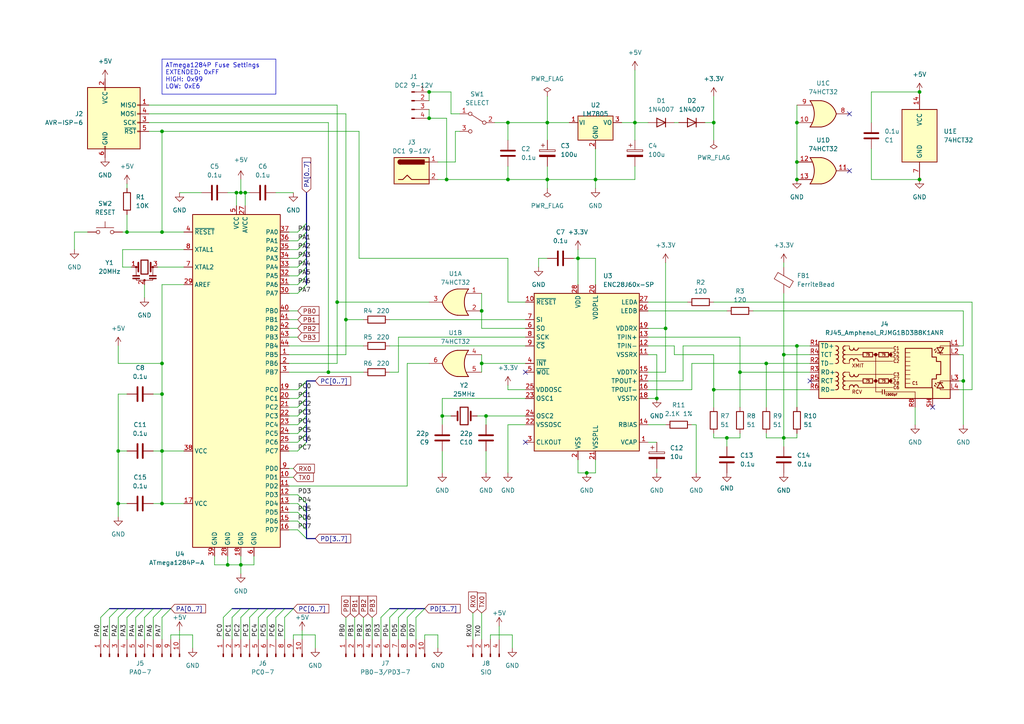
<source format=kicad_sch>
(kicad_sch (version 20230121) (generator eeschema)
  (paper "A4")
  (title_block (title "ATmega1248 Ethernet Controller") (date "2023-12-30") (company "by 46nori"))
  (junction (at 231.14 52.07))
  (junction (at 97.79 87.63))
  (junction (at 46.99 105.41))
  (junction (at 69.85 163.83))
  (junction (at 69.85 55.88))
  (junction (at 139.7 105.41))
  (junction (at 129.54 52.07))
  (junction (at 128.27 120.65))
  (junction (at 100.33 92.71))
  (junction (at 170.18 137.16))
  (junction (at 231.14 46.99))
  (junction (at 147.32 52.07))
  (junction (at 207.01 35.56))
  (junction (at 190.5 115.57))
  (junction (at 207.01 113.03))
  (junction (at 46.99 146.05))
  (junction (at 124.46 34.29))
  (junction (at 46.99 130.81))
  (junction (at 266.7 52.07))
  (junction (at 158.75 52.07))
  (junction (at 279.4 110.49))
  (junction (at 34.29 146.05))
  (junction (at 147.32 35.56))
  (junction (at 158.75 35.56))
  (junction (at 139.7 90.17))
  (junction (at 184.15 35.56))
  (junction (at 71.12 55.88))
  (junction (at 46.99 38.1))
  (junction (at 46.99 67.31))
  (junction (at 227.33 127))
  (junction (at 222.25 105.41))
  (junction (at 214.63 107.95))
  (junction (at 231.14 35.56))
  (junction (at 266.7 26.67))
  (junction (at 36.83 67.31))
  (junction (at 193.04 95.25))
  (junction (at 95.25 107.95))
  (junction (at 34.29 130.81))
  (junction (at 68.58 55.88))
  (junction (at 231.14 100.33))
  (junction (at 167.64 74.93))
  (junction (at 227.33 102.87))
  (junction (at 66.04 163.83))
  (junction (at 46.99 114.3))
  (junction (at 124.46 26.67))
  (junction (at 172.72 52.07))
  (junction (at 140.97 120.65))
  (junction (at 210.82 127))
  (no_connect (at 152.4 107.95))
  (no_connect (at 246.38 33.02))
  (no_connect (at 246.38 49.53))
  (no_connect (at 270.51 118.11))
  (no_connect (at 152.4 128.27))
  (no_connect (at 234.95 110.49))
  (bus_entry (at 41.91 176.53) (size -2.54 2.54))
  (bus_entry (at 115.57 176.53) (size -2.54 2.54))
  (bus_entry (at 86.36 128.27) (size 2.54 -2.54))
  (bus_entry (at 86.36 130.81) (size 2.54 -2.54))
  (bus_entry (at 86.36 74.93) (size 2.54 -2.54))
  (bus_entry (at 86.36 148.59) (size 2.54 2.54))
  (bus_entry (at 49.53 176.53) (size -2.54 2.54))
  (bus_entry (at 118.11 176.53) (size -2.54 2.54))
  (bus_entry (at 86.36 120.65) (size 2.54 -2.54))
  (bus_entry (at 86.36 118.11) (size 2.54 -2.54))
  (bus_entry (at 123.19 176.53) (size -2.54 2.54))
  (bus_entry (at 86.36 115.57) (size 2.54 -2.54))
  (bus_entry (at 74.93 176.53) (size -2.54 2.54))
  (bus_entry (at 86.36 72.39) (size 2.54 -2.54))
  (bus_entry (at 72.39 176.53) (size -2.54 2.54))
  (bus_entry (at 86.36 123.19) (size 2.54 -2.54))
  (bus_entry (at 86.36 143.51) (size 2.54 2.54))
  (bus_entry (at 44.45 176.53) (size -2.54 2.54))
  (bus_entry (at 113.03 176.53) (size -2.54 2.54))
  (bus_entry (at 86.36 113.03) (size 2.54 -2.54))
  (bus_entry (at 86.36 85.09) (size 2.54 -2.54))
  (bus_entry (at 86.36 151.13) (size 2.54 2.54))
  (bus_entry (at 86.36 153.67) (size 2.54 2.54))
  (bus_entry (at 34.29 176.53) (size -2.54 2.54))
  (bus_entry (at 69.85 176.53) (size -2.54 2.54))
  (bus_entry (at 120.65 176.53) (size -2.54 2.54))
  (bus_entry (at 86.36 67.31) (size 2.54 -2.54))
  (bus_entry (at 86.36 82.55) (size 2.54 -2.54))
  (bus_entry (at 80.01 176.53) (size -2.54 2.54))
  (bus_entry (at 46.99 176.53) (size -2.54 2.54))
  (bus_entry (at 86.36 146.05) (size 2.54 2.54))
  (bus_entry (at 31.75 176.53) (size -2.54 2.54))
  (bus_entry (at 67.31 176.53) (size -2.54 2.54))
  (bus_entry (at 36.83 176.53) (size -2.54 2.54))
  (bus_entry (at 85.09 176.53) (size -2.54 2.54))
  (bus_entry (at 86.36 69.85) (size 2.54 -2.54))
  (bus_entry (at 86.36 80.01) (size 2.54 -2.54))
  (bus_entry (at 86.36 77.47) (size 2.54 -2.54))
  (bus_entry (at 77.47 176.53) (size -2.54 2.54))
  (bus_entry (at 82.55 176.53) (size -2.54 2.54))
  (bus_entry (at 86.36 125.73) (size 2.54 -2.54))
  (bus_entry (at 39.37 176.53) (size -2.54 2.54))
  (wire (pts (xy 31.75 179.07) (xy 31.75 185.42)))
  (wire (pts (xy 46.99 105.41) (xy 46.99 114.3)))
  (wire (pts (xy 83.82 146.05) (xy 86.36 146.05)))
  (wire (pts (xy 167.64 74.93) (xy 172.72 74.93)))
  (wire (pts (xy 95.25 107.95) (xy 105.41 107.95)))
  (bus (pts (xy 67.31 176.53) (xy 69.85 176.53)))
  (wire (pts (xy 222.25 105.41) (xy 234.95 105.41)))
  (wire (pts (xy 190.5 102.87) (xy 190.5 115.57)))
  (bus (pts (xy 41.91 176.53) (xy 44.45 176.53)))
  (bus (pts (xy 113.03 176.53) (xy 115.57 176.53)))
  (wire (pts (xy 152.4 95.25) (xy 139.7 95.25)))
  (wire (pts (xy 147.32 113.03) (xy 152.4 113.03)))
  (wire (pts (xy 43.18 35.56) (xy 95.25 35.56)))
  (wire (pts (xy 130.81 33.02) (xy 130.81 26.67)))
  (wire (pts (xy 21.59 67.31) (xy 21.59 72.39)))
  (wire (pts (xy 95.25 107.95) (xy 83.82 107.95)))
  (wire (pts (xy 184.15 35.56) (xy 187.96 35.56)))
  (wire (pts (xy 83.82 130.81) (xy 86.36 130.81)))
  (wire (pts (xy 158.75 35.56) (xy 147.32 35.56)))
  (wire (pts (xy 46.99 130.81) (xy 53.34 130.81)))
  (wire (pts (xy 279.4 100.33) (xy 279.4 90.17)))
  (wire (pts (xy 207.01 102.87) (xy 207.01 113.03)))
  (wire (pts (xy 97.79 105.41) (xy 83.82 105.41)))
  (bus (pts (xy 88.9 64.77) (xy 88.9 67.31)))
  (wire (pts (xy 147.32 52.07) (xy 129.54 52.07)))
  (wire (pts (xy 227.33 102.87) (xy 234.95 102.87)))
  (wire (pts (xy 207.01 87.63) (xy 281.94 87.63)))
  (bus (pts (xy 88.9 153.67) (xy 88.9 156.21)))
  (wire (pts (xy 36.83 62.23) (xy 36.83 67.31)))
  (wire (pts (xy 83.82 100.33) (xy 105.41 100.33)))
  (wire (pts (xy 100.33 92.71) (xy 100.33 102.87)))
  (wire (pts (xy 147.32 87.63) (xy 147.32 74.93)))
  (bus (pts (xy 88.9 80.01) (xy 88.9 77.47)))
  (wire (pts (xy 158.75 27.94) (xy 158.75 35.56)))
  (wire (pts (xy 156.21 74.93) (xy 158.75 74.93)))
  (wire (pts (xy 118.11 179.07) (xy 118.11 185.42)))
  (wire (pts (xy 69.85 55.88) (xy 71.12 55.88)))
  (wire (pts (xy 231.14 30.48) (xy 231.14 35.56)))
  (wire (pts (xy 227.33 76.2) (xy 227.33 77.47)))
  (bus (pts (xy 88.9 113.03) (xy 88.9 110.49)))
  (wire (pts (xy 66.04 55.88) (xy 68.58 55.88)))
  (wire (pts (xy 34.29 105.41) (xy 46.99 105.41)))
  (wire (pts (xy 95.25 35.56) (xy 95.25 107.95)))
  (wire (pts (xy 97.79 30.48) (xy 97.79 87.63)))
  (wire (pts (xy 184.15 20.32) (xy 184.15 35.56)))
  (wire (pts (xy 187.96 113.03) (xy 200.66 113.03)))
  (wire (pts (xy 227.33 85.09) (xy 227.33 102.87)))
  (wire (pts (xy 83.82 74.93) (xy 86.36 74.93)))
  (wire (pts (xy 127 52.07) (xy 129.54 52.07)))
  (wire (pts (xy 43.18 33.02) (xy 100.33 33.02)))
  (wire (pts (xy 69.85 52.07) (xy 69.85 55.88)))
  (wire (pts (xy 83.82 153.67) (xy 86.36 153.67)))
  (wire (pts (xy 142.24 184.15) (xy 148.59 184.15)))
  (wire (pts (xy 83.82 90.17) (xy 86.36 90.17)))
  (wire (pts (xy 71.12 55.88) (xy 72.39 55.88)))
  (bus (pts (xy 88.9 151.13) (xy 88.9 153.67)))
  (wire (pts (xy 46.99 67.31) (xy 53.34 67.31)))
  (wire (pts (xy 46.99 82.55) (xy 46.99 105.41)))
  (wire (pts (xy 83.82 95.25) (xy 86.36 95.25)))
  (wire (pts (xy 100.33 33.02) (xy 100.33 92.71)))
  (wire (pts (xy 167.64 137.16) (xy 170.18 137.16)))
  (wire (pts (xy 207.01 27.94) (xy 207.01 35.56)))
  (wire (pts (xy 158.75 35.56) (xy 158.75 40.64)))
  (wire (pts (xy 49.53 184.15) (xy 55.88 184.15)))
  (wire (pts (xy 115.57 107.95) (xy 113.03 107.95)))
  (wire (pts (xy 124.46 31.75) (xy 124.46 34.29)))
  (wire (pts (xy 252.73 43.18) (xy 252.73 52.07)))
  (wire (pts (xy 187.96 123.19) (xy 193.04 123.19)))
  (wire (pts (xy 128.27 137.16) (xy 128.27 130.81)))
  (wire (pts (xy 207.01 113.03) (xy 234.95 113.03)))
  (wire (pts (xy 34.29 146.05) (xy 36.83 146.05)))
  (wire (pts (xy 44.45 130.81) (xy 46.99 130.81)))
  (wire (pts (xy 36.83 67.31) (xy 35.56 67.31)))
  (wire (pts (xy 227.33 127) (xy 231.14 127)))
  (wire (pts (xy 142.24 184.15) (xy 142.24 185.42)))
  (wire (pts (xy 34.29 114.3) (xy 36.83 114.3)))
  (wire (pts (xy 62.23 163.83) (xy 62.23 161.29)))
  (wire (pts (xy 83.82 113.03) (xy 86.36 113.03)))
  (wire (pts (xy 83.82 118.11) (xy 86.36 118.11)))
  (wire (pts (xy 97.79 87.63) (xy 97.79 105.41)))
  (wire (pts (xy 74.93 179.07) (xy 74.93 185.42)))
  (wire (pts (xy 187.96 115.57) (xy 190.5 115.57)))
  (wire (pts (xy 195.58 35.56) (xy 196.85 35.56)))
  (wire (pts (xy 123.19 184.15) (xy 123.19 185.42)))
  (bus (pts (xy 36.83 176.53) (xy 39.37 176.53)))
  (bus (pts (xy 88.9 123.19) (xy 88.9 120.65)))
  (wire (pts (xy 113.03 100.33) (xy 152.4 100.33)))
  (wire (pts (xy 158.75 52.07) (xy 147.32 52.07)))
  (wire (pts (xy 34.29 130.81) (xy 34.29 146.05)))
  (wire (pts (xy 187.96 90.17) (xy 210.82 90.17)))
  (wire (pts (xy 231.14 100.33) (xy 231.14 118.11)))
  (wire (pts (xy 201.93 123.19) (xy 200.66 123.19)))
  (wire (pts (xy 156.21 77.47) (xy 156.21 74.93)))
  (wire (pts (xy 83.82 115.57) (xy 86.36 115.57)))
  (bus (pts (xy 31.75 176.53) (xy 34.29 176.53)))
  (bus (pts (xy 34.29 176.53) (xy 36.83 176.53)))
  (wire (pts (xy 193.04 107.95) (xy 193.04 95.25)))
  (bus (pts (xy 88.9 146.05) (xy 88.9 148.59)))
  (wire (pts (xy 278.13 100.33) (xy 279.4 100.33)))
  (wire (pts (xy 187.96 102.87) (xy 190.5 102.87)))
  (wire (pts (xy 39.37 179.07) (xy 39.37 185.42)))
  (wire (pts (xy 82.55 179.07) (xy 82.55 185.42)))
  (wire (pts (xy 83.82 140.97) (xy 118.11 140.97)))
  (wire (pts (xy 128.27 120.65) (xy 130.81 120.65)))
  (wire (pts (xy 97.79 87.63) (xy 124.46 87.63)))
  (wire (pts (xy 172.72 133.35) (xy 172.72 137.16)))
  (wire (pts (xy 231.14 35.56) (xy 231.14 46.99)))
  (wire (pts (xy 124.46 26.67) (xy 130.81 26.67)))
  (wire (pts (xy 200.66 113.03) (xy 200.66 105.41)))
  (bus (pts (xy 44.45 176.53) (xy 46.99 176.53)))
  (wire (pts (xy 170.18 137.16) (xy 172.72 137.16)))
  (wire (pts (xy 83.82 85.09) (xy 86.36 85.09)))
  (wire (pts (xy 34.29 114.3) (xy 34.29 130.81)))
  (wire (pts (xy 184.15 35.56) (xy 184.15 40.64)))
  (wire (pts (xy 158.75 35.56) (xy 165.1 35.56)))
  (wire (pts (xy 123.19 184.15) (xy 127 184.15)))
  (wire (pts (xy 214.63 97.79) (xy 214.63 107.95)))
  (wire (pts (xy 128.27 115.57) (xy 152.4 115.57)))
  (wire (pts (xy 71.12 55.88) (xy 71.12 59.69)))
  (bus (pts (xy 88.9 55.88) (xy 88.9 64.77)))
  (wire (pts (xy 139.7 105.41) (xy 139.7 107.95)))
  (wire (pts (xy 104.14 74.93) (xy 147.32 74.93)))
  (wire (pts (xy 34.29 130.81) (xy 36.83 130.81)))
  (bus (pts (xy 77.47 176.53) (xy 80.01 176.53)))
  (wire (pts (xy 77.47 179.07) (xy 77.47 185.42)))
  (wire (pts (xy 279.4 110.49) (xy 279.4 123.19)))
  (bus (pts (xy 88.9 82.55) (xy 88.9 80.01)))
  (wire (pts (xy 143.51 35.56) (xy 147.32 35.56)))
  (wire (pts (xy 129.54 34.29) (xy 129.54 52.07)))
  (wire (pts (xy 85.09 184.15) (xy 91.44 184.15)))
  (bus (pts (xy 88.9 69.85) (xy 88.9 72.39)))
  (wire (pts (xy 195.58 100.33) (xy 195.58 102.87)))
  (wire (pts (xy 132.08 46.99) (xy 132.08 38.1)))
  (wire (pts (xy 52.07 55.88) (xy 58.42 55.88)))
  (wire (pts (xy 147.32 111.76) (xy 147.32 113.03)))
  (wire (pts (xy 38.1 77.47) (xy 35.56 77.47)))
  (wire (pts (xy 139.7 177.8) (xy 139.7 185.42)))
  (wire (pts (xy 73.66 163.83) (xy 73.66 161.29)))
  (wire (pts (xy 107.95 179.07) (xy 107.95 185.42)))
  (wire (pts (xy 115.57 97.79) (xy 152.4 97.79)))
  (wire (pts (xy 44.45 179.07) (xy 44.45 185.42)))
  (wire (pts (xy 85.09 184.15) (xy 85.09 185.42)))
  (bus (pts (xy 88.9 67.31) (xy 88.9 69.85)))
  (wire (pts (xy 214.63 97.79) (xy 187.96 97.79)))
  (wire (pts (xy 83.82 69.85) (xy 86.36 69.85)))
  (wire (pts (xy 281.94 113.03) (xy 278.13 113.03)))
  (wire (pts (xy 66.04 163.83) (xy 69.85 163.83)))
  (wire (pts (xy 62.23 163.83) (xy 66.04 163.83)))
  (wire (pts (xy 83.82 123.19) (xy 86.36 123.19)))
  (wire (pts (xy 118.11 105.41) (xy 118.11 140.97)))
  (wire (pts (xy 193.04 76.2) (xy 193.04 95.25)))
  (bus (pts (xy 39.37 176.53) (xy 41.91 176.53)))
  (wire (pts (xy 207.01 127) (xy 207.01 125.73)))
  (wire (pts (xy 46.99 38.1) (xy 46.99 67.31)))
  (bus (pts (xy 74.93 176.53) (xy 77.47 176.53)))
  (wire (pts (xy 279.4 102.87) (xy 279.4 110.49)))
  (wire (pts (xy 265.43 118.11) (xy 265.43 123.19)))
  (wire (pts (xy 127 184.15) (xy 127 187.96)))
  (wire (pts (xy 172.72 43.18) (xy 172.72 52.07)))
  (bus (pts (xy 88.9 156.21) (xy 91.44 156.21)))
  (wire (pts (xy 279.4 90.17) (xy 218.44 90.17)))
  (wire (pts (xy 35.56 72.39) (xy 35.56 77.47)))
  (wire (pts (xy 158.75 52.07) (xy 158.75 54.61)))
  (wire (pts (xy 198.12 110.49) (xy 198.12 100.33)))
  (wire (pts (xy 104.14 38.1) (xy 104.14 74.93)))
  (wire (pts (xy 222.25 127) (xy 222.25 125.73)))
  (wire (pts (xy 83.82 72.39) (xy 86.36 72.39)))
  (wire (pts (xy 207.01 40.64) (xy 207.01 35.56)))
  (wire (pts (xy 187.96 100.33) (xy 195.58 100.33)))
  (wire (pts (xy 83.82 77.47) (xy 86.36 77.47)))
  (wire (pts (xy 158.75 48.26) (xy 158.75 52.07)))
  (wire (pts (xy 83.82 80.01) (xy 86.36 80.01)))
  (wire (pts (xy 140.97 120.65) (xy 140.97 123.19)))
  (wire (pts (xy 120.65 179.07) (xy 120.65 185.42)))
  (wire (pts (xy 139.7 85.09) (xy 139.7 90.17)))
  (wire (pts (xy 113.03 92.71) (xy 152.4 92.71)))
  (wire (pts (xy 80.01 179.07) (xy 80.01 185.42)))
  (wire (pts (xy 190.5 137.16) (xy 190.5 135.89)))
  (wire (pts (xy 29.21 179.07) (xy 29.21 185.42)))
  (wire (pts (xy 222.25 105.41) (xy 222.25 118.11)))
  (wire (pts (xy 100.33 92.71) (xy 105.41 92.71)))
  (wire (pts (xy 214.63 107.95) (xy 214.63 118.11)))
  (wire (pts (xy 66.04 161.29) (xy 66.04 163.83)))
  (wire (pts (xy 167.64 72.39) (xy 167.64 74.93)))
  (wire (pts (xy 21.59 67.31) (xy 25.4 67.31)))
  (wire (pts (xy 234.95 107.95) (xy 214.63 107.95)))
  (wire (pts (xy 252.73 26.67) (xy 266.7 26.67)))
  (wire (pts (xy 69.85 163.83) (xy 69.85 166.37)))
  (wire (pts (xy 36.83 53.34) (xy 36.83 54.61)))
  (wire (pts (xy 152.4 87.63) (xy 147.32 87.63)))
  (bus (pts (xy 88.9 110.49) (xy 91.44 110.49)))
  (wire (pts (xy 147.32 123.19) (xy 147.32 137.16)))
  (wire (pts (xy 187.96 107.95) (xy 193.04 107.95)))
  (wire (pts (xy 210.82 127) (xy 210.82 129.54)))
  (wire (pts (xy 140.97 137.16) (xy 140.97 130.81)))
  (wire (pts (xy 83.82 67.31) (xy 86.36 67.31)))
  (wire (pts (xy 152.4 123.19) (xy 147.32 123.19)))
  (wire (pts (xy 83.82 128.27) (xy 86.36 128.27)))
  (wire (pts (xy 124.46 29.21) (xy 124.46 26.67)))
  (wire (pts (xy 252.73 35.56) (xy 252.73 26.67)))
  (wire (pts (xy 83.82 125.73) (xy 86.36 125.73)))
  (wire (pts (xy 187.96 128.27) (xy 190.5 128.27)))
  (bus (pts (xy 46.99 176.53) (xy 49.53 176.53)))
  (bus (pts (xy 72.39 176.53) (xy 74.93 176.53)))
  (wire (pts (xy 207.01 35.56) (xy 204.47 35.56)))
  (bus (pts (xy 88.9 148.59) (xy 88.9 151.13)))
  (wire (pts (xy 36.83 179.07) (xy 36.83 185.42)))
  (wire (pts (xy 83.82 138.43) (xy 85.09 138.43)))
  (wire (pts (xy 167.64 74.93) (xy 167.64 82.55)))
  (wire (pts (xy 139.7 95.25) (xy 139.7 90.17)))
  (bus (pts (xy 69.85 176.53) (xy 72.39 176.53)))
  (wire (pts (xy 46.99 146.05) (xy 53.34 146.05)))
  (wire (pts (xy 45.72 77.47) (xy 53.34 77.47)))
  (wire (pts (xy 227.33 102.87) (xy 227.33 127)))
  (wire (pts (xy 41.91 82.55) (xy 41.91 86.36)))
  (wire (pts (xy 132.08 38.1) (xy 133.35 38.1)))
  (wire (pts (xy 231.14 46.99) (xy 231.14 52.07)))
  (wire (pts (xy 200.66 105.41) (xy 222.25 105.41)))
  (wire (pts (xy 124.46 34.29) (xy 129.54 34.29)))
  (wire (pts (xy 83.82 97.79) (xy 86.36 97.79)))
  (wire (pts (xy 148.59 184.15) (xy 148.59 187.96)))
  (wire (pts (xy 198.12 100.33) (xy 231.14 100.33)))
  (wire (pts (xy 55.88 184.15) (xy 55.88 187.96)))
  (wire (pts (xy 180.34 35.56) (xy 184.15 35.56)))
  (wire (pts (xy 278.13 102.87) (xy 279.4 102.87)))
  (wire (pts (xy 144.78 181.61) (xy 144.78 185.42)))
  (wire (pts (xy 172.72 74.93) (xy 172.72 82.55)))
  (wire (pts (xy 46.99 38.1) (xy 104.14 38.1)))
  (wire (pts (xy 128.27 115.57) (xy 128.27 120.65)))
  (wire (pts (xy 80.01 55.88) (xy 85.09 55.88)))
  (wire (pts (xy 132.08 46.99) (xy 127 46.99)))
  (wire (pts (xy 102.87 179.07) (xy 102.87 185.42)))
  (wire (pts (xy 184.15 52.07) (xy 184.15 48.26)))
  (wire (pts (xy 210.82 127) (xy 214.63 127)))
  (wire (pts (xy 69.85 161.29) (xy 69.85 163.83)))
  (bus (pts (xy 88.9 77.47) (xy 88.9 74.93)))
  (wire (pts (xy 147.32 35.56) (xy 147.32 40.64)))
  (bus (pts (xy 120.65 176.53) (xy 123.19 176.53)))
  (bus (pts (xy 88.9 118.11) (xy 88.9 115.57)))
  (wire (pts (xy 83.82 135.89) (xy 85.09 135.89)))
  (wire (pts (xy 195.58 102.87) (xy 207.01 102.87)))
  (bus (pts (xy 82.55 176.53) (xy 85.09 176.53)))
  (wire (pts (xy 35.56 72.39) (xy 53.34 72.39)))
  (wire (pts (xy 193.04 95.25) (xy 187.96 95.25)))
  (wire (pts (xy 140.97 120.65) (xy 152.4 120.65)))
  (wire (pts (xy 147.32 52.07) (xy 147.32 48.26)))
  (wire (pts (xy 130.81 33.02) (xy 133.35 33.02)))
  (wire (pts (xy 167.64 133.35) (xy 167.64 137.16)))
  (wire (pts (xy 34.29 100.33) (xy 34.29 105.41)))
  (wire (pts (xy 91.44 184.15) (xy 91.44 187.96)))
  (wire (pts (xy 41.91 179.07) (xy 41.91 185.42)))
  (wire (pts (xy 234.95 100.33) (xy 231.14 100.33)))
  (wire (pts (xy 34.29 146.05) (xy 34.29 149.86)))
  (wire (pts (xy 64.77 179.07) (xy 64.77 185.42)))
  (wire (pts (xy 281.94 87.63) (xy 281.94 113.03)))
  (wire (pts (xy 49.53 184.15) (xy 49.53 185.42)))
  (wire (pts (xy 69.85 179.07) (xy 69.85 185.42)))
  (wire (pts (xy 100.33 102.87) (xy 83.82 102.87)))
  (bus (pts (xy 88.9 120.65) (xy 88.9 118.11)))
  (wire (pts (xy 118.11 105.41) (xy 124.46 105.41)))
  (wire (pts (xy 231.14 127) (xy 231.14 125.73)))
  (bus (pts (xy 88.9 128.27) (xy 88.9 125.73)))
  (bus (pts (xy 88.9 74.93) (xy 88.9 72.39)))
  (bus (pts (xy 115.57 176.53) (xy 118.11 176.53)))
  (wire (pts (xy 43.18 30.48) (xy 97.79 30.48)))
  (bus (pts (xy 88.9 125.73) (xy 88.9 123.19)))
  (wire (pts (xy 43.18 38.1) (xy 46.99 38.1)))
  (wire (pts (xy 128.27 120.65) (xy 128.27 123.19)))
  (wire (pts (xy 36.83 67.31) (xy 46.99 67.31)))
  (wire (pts (xy 207.01 113.03) (xy 207.01 118.11)))
  (wire (pts (xy 115.57 179.07) (xy 115.57 185.42)))
  (wire (pts (xy 172.72 52.07) (xy 184.15 52.07)))
  (wire (pts (xy 138.43 120.65) (xy 140.97 120.65)))
  (wire (pts (xy 227.33 127) (xy 227.33 129.54)))
  (wire (pts (xy 87.63 182.88) (xy 87.63 185.42)))
  (wire (pts (xy 52.07 182.88) (xy 52.07 185.42)))
  (bus (pts (xy 80.01 176.53) (xy 82.55 176.53)))
  (wire (pts (xy 67.31 179.07) (xy 67.31 185.42)))
  (wire (pts (xy 46.99 130.81) (xy 46.99 146.05)))
  (wire (pts (xy 139.7 105.41) (xy 152.4 105.41)))
  (wire (pts (xy 113.03 179.07) (xy 113.03 185.42)))
  (wire (pts (xy 46.99 114.3) (xy 46.99 130.81)))
  (wire (pts (xy 44.45 114.3) (xy 46.99 114.3)))
  (wire (pts (xy 187.96 87.63) (xy 199.39 87.63)))
  (wire (pts (xy 201.93 123.19) (xy 201.93 137.16)))
  (wire (pts (xy 172.72 52.07) (xy 172.72 54.61)))
  (wire (pts (xy 137.16 177.8) (xy 137.16 185.42)))
  (wire (pts (xy 72.39 179.07) (xy 72.39 185.42)))
  (wire (pts (xy 83.82 92.71) (xy 86.36 92.71)))
  (bus (pts (xy 118.11 176.53) (xy 120.65 176.53)))
  (wire (pts (xy 222.25 127) (xy 227.33 127)))
  (wire (pts (xy 139.7 102.87) (xy 139.7 105.41)))
  (wire (pts (xy 166.37 74.93) (xy 167.64 74.93)))
  (wire (pts (xy 69.85 163.83) (xy 73.66 163.83)))
  (wire (pts (xy 83.82 143.51) (xy 86.36 143.51)))
  (wire (pts (xy 83.82 120.65) (xy 86.36 120.65)))
  (wire (pts (xy 83.82 82.55) (xy 86.36 82.55)))
  (wire (pts (xy 68.58 55.88) (xy 68.58 59.69)))
  (wire (pts (xy 46.99 82.55) (xy 53.34 82.55)))
  (wire (pts (xy 69.85 55.88) (xy 68.58 55.88)))
  (wire (pts (xy 214.63 127) (xy 214.63 125.73)))
  (wire (pts (xy 110.49 179.07) (xy 110.49 185.42)))
  (wire (pts (xy 46.99 179.07) (xy 46.99 185.42)))
  (wire (pts (xy 187.96 110.49) (xy 198.12 110.49)))
  (wire (pts (xy 44.45 146.05) (xy 46.99 146.05)))
  (wire (pts (xy 278.13 110.49) (xy 279.4 110.49)))
  (wire (pts (xy 115.57 97.79) (xy 115.57 107.95)))
  (wire (pts (xy 100.33 179.07) (xy 100.33 185.42)))
  (wire (pts (xy 207.01 127) (xy 210.82 127)))
  (bus (pts (xy 88.9 115.57) (xy 88.9 113.03)))
  (wire (pts (xy 83.82 151.13) (xy 86.36 151.13)))
  (wire (pts (xy 158.75 52.07) (xy 172.72 52.07)))
  (wire (pts (xy 252.73 52.07) (xy 266.7 52.07)))
  (wire (pts (xy 83.82 148.59) (xy 86.36 148.59)))
  (wire (pts (xy 105.41 179.07) (xy 105.41 185.42)))
  (wire (pts (xy 34.29 179.07) (xy 34.29 185.42)))
  (text_box "ATmega1284P Fuse Settings\nEXTENDED: 0xFF\nHIGH: 0x99\nLOW: 0xE6" (at 46.99 17.145 0) (size 33.02 10.16) (effects (font (size 1.27 1.27)) (justify left top)))
  (label "PB0" (at 100.33 184.785 90))
  (label "PC5" (at 86.36 125.73 0))
  (label "PB2" (at 105.41 184.785 90))
  (label "PA4" (at 86.36 77.47 0))
  (label "PC7" (at 82.55 184.785 90))
  (label "PA5" (at 86.36 80.01 0))
  (label "PA6" (at 44.45 184.785 90))
  (label "PD7" (at 120.65 184.785 90))
  (label "PC6" (at 80.01 184.785 90))
  (label "PB3" (at 107.95 184.785 90))
  (label "PA2" (at 86.36 72.39 0))
  (label "PD6" (at 86.36 151.13 0))
  (label "PA7" (at 86.36 85.09 0))
  (label "PD6" (at 118.11 184.785 90))
  (label "PC1" (at 86.36 115.57 0))
  (label "PD7" (at 86.36 153.67 0))
  (label "PA7" (at 46.99 184.785 90))
  (label "PC4" (at 74.93 184.785 90))
  (label "PC7" (at 86.36 130.81 0))
  (label "PA0" (at 29.21 184.785 90))
  (label "PC6" (at 86.36 128.27 0))
  (label "PC0" (at 64.77 184.785 90))
  (label "PA3" (at 86.36 74.93 0))
  (label "PD4" (at 113.03 184.785 90))
  (label "PD5" (at 115.57 184.785 90))
  (label "PD3" (at 110.49 184.785 90))
  (label "PC2" (at 69.85 184.785 90))
  (label "PD4" (at 86.36 146.05 0))
  (label "PA0" (at 86.36 67.31 0))
  (label "PA3" (at 36.83 184.785 90))
  (label "PD5" (at 86.36 148.59 0))
  (label "PC2" (at 86.36 118.11 0))
  (label "RX0" (at 137.16 184.785 90))
  (label "PA2" (at 34.29 184.785 90))
  (label "PC5" (at 77.47 184.785 90))
  (label "PC3" (at 72.39 184.785 90))
  (label "PB1" (at 102.87 184.785 90))
  (label "PA1" (at 31.75 184.785 90))
  (label "PC4" (at 86.36 123.19 0))
  (label "PA4" (at 39.37 184.785 90))
  (label "PA1" (at 86.36 69.85 0))
  (label "PD3" (at 86.36 143.51 0))
  (label "PC0" (at 86.36 113.03 0))
  (label "TX0" (at 139.7 184.785 90))
  (label "PA6" (at 86.36 82.55 0))
  (label "PC1" (at 67.31 184.785 90))
  (label "PA5" (at 41.91 184.785 90))
  (label "PC3" (at 86.36 120.65 0))
  (global_label "PB2" (shape input) (at 86.36 95.25 0) (property "Intersheetrefs" "${INTERSHEET_REFS}" (effects hide)))
  (global_label "PD[3..7]" (shape input) (at 123.19 176.53 0) (property "Intersheetrefs" "${INTERSHEET_REFS}" (effects hide)))
  (global_label "PB3" (shape input) (at 107.95 179.07 90) (property "Intersheetrefs" "${INTERSHEET_REFS}" (effects hide)))
  (global_label "TX0" (shape input) (at 139.7 177.8 90) (property "Intersheetrefs" "${INTERSHEET_REFS}" (effects hide)))
  (global_label "PB1" (shape input) (at 102.87 179.07 90) (property "Intersheetrefs" "${INTERSHEET_REFS}" (effects hide)))
  (global_label "PB2" (shape input) (at 105.41 179.07 90) (property "Intersheetrefs" "${INTERSHEET_REFS}" (effects hide)))
  (global_label "RX0" (shape input) (at 137.16 177.8 90) (property "Intersheetrefs" "${INTERSHEET_REFS}" (effects hide)))
  (global_label "TX0" (shape input) (at 85.09 138.43 0) (property "Intersheetrefs" "${INTERSHEET_REFS}" (effects hide)))
  (global_label "PB0" (shape input) (at 100.33 179.07 90) (property "Intersheetrefs" "${INTERSHEET_REFS}" (effects hide)))
  (global_label "PD[3..7]" (shape input) (at 91.44 156.21 0) (property "Intersheetrefs" "${INTERSHEET_REFS}" (effects hide)))
  (global_label "PB1" (shape input) (at 86.36 92.71 0) (property "Intersheetrefs" "${INTERSHEET_REFS}" (effects hide)))
  (global_label "RX0" (shape input) (at 85.09 135.89 0) (property "Intersheetrefs" "${INTERSHEET_REFS}" (effects hide)))
  (global_label "PB3" (shape input) (at 86.36 97.79 0) (property "Intersheetrefs" "${INTERSHEET_REFS}" (effects hide)))
  (global_label "PC[0..7]" (shape input) (at 91.44 110.49 0) (property "Intersheetrefs" "${INTERSHEET_REFS}" (effects hide)))
  (global_label "PA[0..7]" (shape input) (at 49.53 176.53 0) (property "Intersheetrefs" "${INTERSHEET_REFS}" (effects hide)))
  (global_label "PA[0..7]" (shape input) (at 88.9 55.88 90) (property "Intersheetrefs" "${INTERSHEET_REFS}" (effects hide)))
  (global_label "PC[0..7]" (shape input) (at 85.09 176.53 0) (property "Intersheetrefs" "${INTERSHEET_REFS}" (effects hide)))
  (global_label "PB0" (shape input) (at 86.36 90.17 0) (property "Intersheetrefs" "${INTERSHEET_REFS}" (effects hide)))
  (symbol (lib_id "Diode:1N4007") (at 191.77 35.56 0) (mirror y) (unit 1)
    (property "Reference" "D1" (at 191.77 29.21 0))
    (property "Value" "1N4007" (at 191.77 31.75 0))
    (property "Footprint" "Diode_THT:D_DO-41_SOD81_P10.16mm_Horizontal" (effects hide))
    (property "Datasheet" "http://www.vishay.com/docs/88503/1n4001.pdf" (effects hide))
    (property "Sim.Device" "D" (effects hide))
    (property "Sim.Pins" "1=K 2=A" (effects hide))
  )
  (symbol (lib_id "Device:C") (at 62.23 55.88 90) (unit 1)
    (property "Reference" "C5" (at 62.23 48.26 90))
    (property "Value" "0.1u" (at 62.23 50.8 90))
    (property "Footprint" "Capacitor_THT:C_Disc_D3.8mm_W2.6mm_P2.50mm" (effects hide))
  )
  (symbol (lib_id "Device:R") (at 36.83 58.42 0) (unit 1)
    (property "Reference" "R1" (at 39.37 57.15 0) (effects (justify left)))
    (property "Value" "10K" (at 39.37 59.69 0) (effects (justify left)))
    (property "Footprint" "Resistor_THT:R_Axial_DIN0207_L6.3mm_D2.5mm_P10.16mm_Horizontal" (effects hide))
  )
  (symbol (lib_id "power:GND") (at 231.14 52.07 0) (unit 1)
    (property "Reference" "#PWR07" (effects hide))
    (property "Value" "GND" (at 231.14 57.15 0))
  )
  (symbol (lib_id "power:GND") (at 170.18 137.16 0) (unit 1)
    (property "Reference" "#PWR027" (effects hide))
    (property "Value" "GND" (at 170.18 142.24 0))
  )
  (symbol (lib_id "Switch:SW_Push") (at 30.48 67.31 0) (unit 1)
    (property "Reference" "SW2" (at 30.48 59.055 0))
    (property "Value" "RESET" (at 30.48 61.595 0))
    (property "Footprint" "Button_Switch_THT:SW_PUSH_6mm_H7.3mm" (effects hide))
  )
  (symbol (lib_id "power:PWR_FLAG") (at 158.75 54.61 0) (mirror x) (unit 1)
    (property "Reference" "#FLG03" (effects hide))
    (property "Value" "PWR_FLAG" (at 158.75 59.69 0))
  )
  (symbol (lib_id "power:+5V") (at 87.63 182.88 0) (unit 1)
    (property "Reference" "#PWR036" (effects hide))
    (property "Value" "+5V" (at 87.63 179.07 0))
  )
  (symbol (lib_id "Diode:1N4007") (at 200.66 35.56 0) (mirror y) (unit 1)
    (property "Reference" "D2" (at 200.66 29.21 0))
    (property "Value" "1N4007" (at 200.66 31.75 0))
    (property "Footprint" "Diode_THT:D_DO-41_SOD81_P10.16mm_Horizontal" (effects hide))
    (property "Datasheet" "http://www.vishay.com/docs/88503/1n4001.pdf" (effects hide))
    (property "Sim.Device" "D" (effects hide))
    (property "Sim.Pins" "1=K 2=A" (effects hide))
  )
  (symbol (lib_id "Device:R") (at 222.25 121.92 0) (unit 1)
    (property "Reference" "R9" (at 224.155 120.65 0) (effects (justify left)))
    (property "Value" "51" (at 224.155 123.19 0) (effects (justify left)))
    (property "Footprint" "Resistor_THT:R_Axial_DIN0207_L6.3mm_D2.5mm_P10.16mm_Horizontal" (effects hide))
  )
  (symbol (lib_id "power:GND") (at 21.59 72.39 0) (unit 1)
    (property "Reference" "#PWR013" (effects hide))
    (property "Value" "GND" (at 21.59 77.47 0))
  )
  (symbol (lib_id "Device:C") (at 40.64 146.05 270) (unit 1)
    (property "Reference" "C15" (at 40.64 138.43 90))
    (property "Value" "0.1u" (at 40.64 140.97 90))
    (property "Footprint" "Capacitor_THT:C_Disc_D3.8mm_W2.6mm_P2.50mm" (effects hide))
  )
  (symbol (lib_id "power:GND") (at 201.93 137.16 0) (unit 1)
    (property "Reference" "#PWR029" (effects hide))
    (property "Value" "GND" (at 201.93 142.24 0))
  )
  (symbol (lib_id "Device:R") (at 196.85 123.19 270) (mirror x) (unit 1)
    (property "Reference" "R11" (at 196.85 117.475 90))
    (property "Value" "2.1K 1%" (at 196.85 120.015 90))
    (property "Footprint" "Resistor_THT:R_Axial_DIN0207_L6.3mm_D2.5mm_P10.16mm_Horizontal" (effects hide))
  )
  (symbol (lib_id "power:GND") (at 266.7 52.07 0) (unit 1)
    (property "Reference" "#PWR08" (effects hide))
    (property "Value" "GND" (at 266.7 57.15 0))
  )
  (symbol (lib_name "LM7805_TO220_1") (lib_id "Regulator_Linear:LM7805_TO220") (at 172.72 35.56 0) (unit 1)
    (property "Reference" "U2" (at 172.72 30.48 0))
    (property "Value" "LM7805" (at 172.72 33.02 0))
    (property "Footprint" "Package_TO_SOT_THT:TO-220-3_Vertical" (effects hide))
    (property "Datasheet" "https://www.onsemi.cn/PowerSolutions/document/MC7800-D.PDF" (effects hide))
  )
  (symbol (lib_id "power:GND") (at 91.44 187.96 0) (unit 1)
    (property "Reference" "#PWR038" (effects hide))
    (property "Value" "GND" (at 91.44 193.04 0))
  )
  (symbol (lib_id "Device:Resonator") (at 41.91 77.47 0) (unit 1)
    (property "Reference" "Y1" (at 31.75 76.2 0))
    (property "Value" "20MHz" (at 31.75 78.74 0))
    (property "Footprint" "Crystal:Resonator_Murata_CSTLSxxxX-3Pin_W5.5mm_H3.0mm" (effects hide))
  )
  (symbol (lib_id "power:GND") (at 140.97 137.16 0) (unit 1)
    (property "Reference" "#PWR025" (effects hide))
    (property "Value" "GND" (at 140.97 142.24 0))
  )
  (symbol (lib_id "power:GND") (at 34.29 149.86 0) (unit 1)
    (property "Reference" "#PWR032" (effects hide))
    (property "Value" "GND" (at 34.29 154.94 0))
  )
  (symbol (lib_id "power:GND") (at 227.33 137.16 0) (unit 1)
    (property "Reference" "#PWR031" (effects hide))
    (property "Value" "GND" (at 227.33 142.24 0))
  )
  (symbol (lib_id "power:GND") (at 127 187.96 0) (unit 1)
    (property "Reference" "#PWR039" (effects hide))
    (property "Value" "GND" (at 127 193.04 0))
  )
  (symbol (lib_id "Connector:Conn_01x10_Pin") (at 39.37 190.5 90) (unit 1)
    (property "Reference" "J5" (at 40.64 192.405 90))
    (property "Value" "PA0-7" (at 40.64 194.945 90))
    (property "Footprint" "Connector_PinHeader_2.54mm:PinHeader_1x10_P2.54mm_Vertical" (effects hide))
  )
  (symbol (lib_id "Device:R") (at 203.2 87.63 90) (unit 1)
    (property "Reference" "R2" (at 203.2 81.915 90))
    (property "Value" "120" (at 203.2 84.455 90))
    (property "Footprint" "Resistor_THT:R_Axial_DIN0207_L6.3mm_D2.5mm_P10.16mm_Horizontal" (effects hide))
  )
  (symbol (lib_id "Switch:SW_SPDT") (at 138.43 35.56 0) (mirror y) (unit 1)
    (property "Reference" "SW1" (at 138.43 27.305 0))
    (property "Value" "SELECT" (at 138.43 29.845 0))
    (property "Footprint" "Button_Switch_THT:SW_Slide_1P2T_CK_OS102011MS2Q" (effects hide))
  )
  (symbol (lib_id "Device:R") (at 109.22 92.71 90) (unit 1)
    (property "Reference" "R4" (at 106.68 90.17 90))
    (property "Value" "220" (at 111.125 90.17 90))
    (property "Footprint" "Resistor_THT:R_Axial_DIN0207_L6.3mm_D2.5mm_P10.16mm_Horizontal" (effects hide))
  )
  (symbol (lib_id "Interface_Ethernet:ENC28J60x-SP") (at 170.18 107.95 0) (unit 1)
    (property "Reference" "U3" (at 174.9141 80.01 0) (effects (justify left)))
    (property "Value" "ENC28J60x-SP" (at 174.9141 82.55 0) (effects (justify left)))
    (property "Footprint" "Package_DIP:DIP-28_W7.62mm" (effects hide))
    (property "Datasheet" "http://ww1.microchip.com/downloads/en/devicedoc/39662e.pdf" (effects hide))
  )
  (symbol (lib_id "Device:C") (at 128.27 127 180) (unit 1)
    (property "Reference" "C9" (at 124.46 128.27 0) (effects (justify left)))
    (property "Value" "22p" (at 124.46 125.73 0) (effects (justify left)))
    (property "Footprint" "Capacitor_THT:C_Disc_D3.8mm_W2.6mm_P2.50mm" (effects hide))
  )
  (symbol (lib_id "power:GND") (at 30.48 45.72 0) (unit 1)
    (property "Reference" "#PWR05" (effects hide))
    (property "Value" "GND" (at 30.48 50.8 0))
  )
  (symbol (lib_id "power:GND") (at 172.72 54.61 0) (unit 1)
    (property "Reference" "#PWR010" (effects hide))
    (property "Value" "GND" (at 172.72 59.69 0))
  )
  (symbol (lib_id "power:GND") (at 190.5 137.16 0) (unit 1)
    (property "Reference" "#PWR028" (effects hide))
    (property "Value" "GND" (at 190.5 142.24 0))
  )
  (symbol (lib_id "Device:C") (at 227.33 133.35 0) (unit 1)
    (property "Reference" "C14" (at 231.14 132.08 0) (effects (justify left)))
    (property "Value" "0.1u" (at 231.14 134.62 0) (effects (justify left)))
    (property "Footprint" "Capacitor_THT:C_Disc_D3.8mm_W2.6mm_P2.50mm" (effects hide))
  )
  (symbol (lib_id "Device:Crystal") (at 134.62 120.65 0) (unit 1)
    (property "Reference" "Y2" (at 134.62 111.76 0))
    (property "Value" "25MHz" (at 134.62 114.3 0))
    (property "Footprint" "Crystal:Crystal_HC18-U_Vertical" (effects hide))
  )
  (symbol (lib_id "Device:R") (at 109.22 100.33 90) (unit 1)
    (property "Reference" "R5" (at 106.68 97.79 90))
    (property "Value" "220" (at 111.125 97.79 90))
    (property "Footprint" "Resistor_THT:R_Axial_DIN0207_L6.3mm_D2.5mm_P10.16mm_Horizontal" (effects hide))
  )
  (symbol (lib_id "power:GND") (at 279.4 123.19 0) (unit 1)
    (property "Reference" "#PWR023" (effects hide))
    (property "Value" "GND" (at 279.4 128.27 0))
  )
  (symbol (lib_id "power:GND") (at 69.85 166.37 0) (unit 1)
    (property "Reference" "#PWR033" (effects hide))
    (property "Value" "GND" (at 69.85 171.45 0))
  )
  (symbol (lib_id "Device:C") (at 40.64 130.81 90) (mirror x) (unit 1)
    (property "Reference" "C11" (at 40.64 123.19 90))
    (property "Value" "0.1u" (at 40.64 125.73 90))
    (property "Footprint" "Capacitor_THT:C_Disc_D3.8mm_W2.6mm_P2.50mm" (effects hide))
  )
  (symbol (lib_id "power:GND") (at 148.59 187.96 0) (unit 1)
    (property "Reference" "#PWR040" (effects hide))
    (property "Value" "GND" (at 148.59 193.04 0))
  )
  (symbol (lib_id "74xx:74LS32") (at 132.08 87.63 0) (mirror y) (unit 1)
    (property "Reference" "U1" (at 132.08 79.375 0))
    (property "Value" "74HCT32" (at 132.08 81.915 0))
    (property "Footprint" "Package_DIP:DIP-14_W7.62mm_Socket" (effects hide))
    (property "Datasheet" "http://www.ti.com/lit/gpn/sn74LS32" (effects hide))
  )
  (symbol (lib_id "power:+5V") (at 36.83 53.34 0) (unit 1)
    (property "Reference" "#PWR09" (effects hide))
    (property "Value" "+5V" (at 36.83 48.26 0))
  )
  (symbol (lib_id "power:+5V") (at 69.85 52.07 0) (unit 1)
    (property "Reference" "#PWR06" (effects hide))
    (property "Value" "+5V" (at 69.85 46.355 0))
  )
  (symbol (lib_id "Device:R") (at 109.22 107.95 90) (unit 1)
    (property "Reference" "R6" (at 106.68 105.41 90))
    (property "Value" "220" (at 111.125 105.41 90))
    (property "Footprint" "Resistor_THT:R_Axial_DIN0207_L6.3mm_D2.5mm_P10.16mm_Horizontal" (effects hide))
  )
  (symbol (lib_id "power:+5V") (at 184.15 20.32 0) (unit 1)
    (property "Reference" "#PWR01" (effects hide))
    (property "Value" "+5V" (at 184.15 15.24 0))
  )
  (symbol (lib_id "power:GND") (at 128.27 137.16 0) (unit 1)
    (property "Reference" "#PWR024" (effects hide))
    (property "Value" "GND" (at 128.27 142.24 0))
  )
  (symbol (lib_id "74xx:74LS32") (at 238.76 33.02 0) (unit 3)
    (property "Reference" "U1" (at 238.76 24.13 0))
    (property "Value" "74HCT32" (at 238.76 26.67 0))
    (property "Footprint" "Package_DIP:DIP-14_W7.62mm_Socket" (effects hide))
    (property "Datasheet" "http://www.ti.com/lit/gpn/sn74LS32" (effects hide))
  )
  (symbol (lib_id "Device:R") (at 214.63 121.92 0) (unit 1)
    (property "Reference" "R8" (at 216.535 120.65 0) (effects (justify left)))
    (property "Value" "51" (at 216.535 123.19 0) (effects (justify left)))
    (property "Footprint" "Resistor_THT:R_Axial_DIN0207_L6.3mm_D2.5mm_P10.16mm_Horizontal" (effects hide))
  )
  (symbol (lib_id "74xx:74LS32") (at 238.76 49.53 0) (unit 4)
    (property "Reference" "U1" (at 238.76 40.64 0))
    (property "Value" "74HCT32" (at 238.76 43.18 0))
    (property "Footprint" "Package_DIP:DIP-14_W7.62mm_Socket" (effects hide))
    (property "Datasheet" "http://www.ti.com/lit/gpn/sn74LS32" (effects hide))
  )
  (symbol (lib_id "power:GND") (at 156.21 77.47 0) (unit 1)
    (property "Reference" "#PWR017" (effects hide))
    (property "Value" "GND" (at 156.21 82.55 0))
  )
  (symbol (lib_id "Device:C_Polarized") (at 184.15 44.45 0) (unit 1)
    (property "Reference" "C4" (at 187.96 42.291 0) (effects (justify left)))
    (property "Value" "100u" (at 187.96 44.831 0) (effects (justify left)))
    (property "Footprint" "Capacitor_THT:CP_Radial_D5.0mm_P2.50mm" (effects hide))
  )
  (symbol (lib_id "Connector:Conn_01x10_Pin") (at 74.93 190.5 90) (unit 1)
    (property "Reference" "J6" (at 76.2 192.405 90))
    (property "Value" "PC0-7" (at 76.2 194.945 90))
    (property "Footprint" "Connector_PinHeader_2.54mm:PinHeader_1x10_P2.54mm_Vertical" (effects hide))
  )
  (symbol (lib_id "power:GND") (at 55.88 187.96 0) (unit 1)
    (property "Reference" "#PWR037" (effects hide))
    (property "Value" "GND" (at 55.88 193.04 0))
  )
  (symbol (lib_id "power:+3.3V") (at 227.33 76.2 0) (unit 1)
    (property "Reference" "#PWR016" (effects hide))
    (property "Value" "+3.3V" (at 227.33 71.12 0))
  )
  (symbol (lib_id "74xx:74LS32") (at 132.08 105.41 0) (mirror y) (unit 2)
    (property "Reference" "U1" (at 132.08 96.52 0))
    (property "Value" "74HCT32" (at 132.08 99.06 0))
    (property "Footprint" "Package_DIP:DIP-14_W7.62mm_Socket" (effects hide))
    (property "Datasheet" "http://www.ti.com/lit/gpn/sn74LS32" (effects hide))
  )
  (symbol (lib_id "Device:FerriteBead") (at 227.33 81.28 0) (unit 1)
    (property "Reference" "FB1" (at 231.14 79.9592 0) (effects (justify left)))
    (property "Value" "FerriteBead" (at 231.14 82.4992 0) (effects (justify left)))
    (property "Footprint" "Ferrite_THT:LairdTech_28C0236-0JW-10" (effects hide))
  )
  (symbol (lib_id "Connector:Conn_01x10_Pin") (at 110.49 190.5 90) (unit 1)
    (property "Reference" "J7" (at 111.76 192.405 90))
    (property "Value" "PB0-3/PD3-7" (at 111.76 194.945 90))
    (property "Footprint" "Connector_PinHeader_2.54mm:PinHeader_1x10_P2.54mm_Vertical" (effects hide))
  )
  (symbol (lib_id "power:+5V") (at 266.7 26.67 0) (unit 1)
    (property "Reference" "#PWR03" (effects hide))
    (property "Value" "+5V" (at 266.7 21.59 0))
  )
  (symbol (lib_id "Device:R") (at 231.14 121.92 0) (unit 1)
    (property "Reference" "R10" (at 233.045 120.65 0) (effects (justify left)))
    (property "Value" "51" (at 233.045 123.19 0) (effects (justify left)))
    (property "Footprint" "Resistor_THT:R_Axial_DIN0207_L6.3mm_D2.5mm_P10.16mm_Horizontal" (effects hide))
  )
  (symbol (lib_id "Device:C") (at 210.82 133.35 0) (unit 1)
    (property "Reference" "C13" (at 214.63 132.08 0) (effects (justify left)))
    (property "Value" "0.1u" (at 214.63 134.62 0) (effects (justify left)))
    (property "Footprint" "Capacitor_THT:C_Disc_D3.8mm_W2.6mm_P2.50mm" (effects hide))
  )
  (symbol (lib_id "Connector:Barrel_Jack") (at 119.38 49.53 0) (unit 1)
    (property "Reference" "J3" (at 119.38 41.275 0))
    (property "Value" "DC1 9-12V" (at 119.38 43.815 0))
    (property "Footprint" "Connector_BarrelJack:BarrelJack_Horizontal" (effects hide))
  )
  (symbol (lib_id "power:GND") (at 265.43 123.19 0) (unit 1)
    (property "Reference" "#PWR022" (effects hide))
    (property "Value" "GND" (at 265.43 128.27 0))
  )
  (symbol (lib_id "power:+3.3V") (at 167.64 72.39 0) (unit 1)
    (property "Reference" "#PWR014" (effects hide))
    (property "Value" "+3.3V" (at 167.64 67.31 0))
  )
  (symbol (lib_id "power:PWR_FLAG") (at 158.75 27.94 0) (unit 1)
    (property "Reference" "#FLG01" (effects hide))
    (property "Value" "PWR_FLAG" (at 158.75 22.86 0))
  )
  (symbol (lib_id "Device:C") (at 76.2 55.88 90) (unit 1)
    (property "Reference" "C6" (at 76.2 48.26 90))
    (property "Value" "0.1u" (at 76.2 50.8 90))
    (property "Footprint" "Capacitor_THT:C_Disc_D3.8mm_W2.6mm_P2.50mm" (effects hide))
  )
  (symbol (lib_id "Device:R") (at 214.63 90.17 90) (unit 1)
    (property "Reference" "R3" (at 214.63 84.455 90))
    (property "Value" "120" (at 214.63 86.995 90))
    (property "Footprint" "Resistor_THT:R_Axial_DIN0207_L6.3mm_D2.5mm_P10.16mm_Horizontal" (effects hide))
  )
  (symbol (lib_id "power:+5V") (at 52.07 182.88 0) (unit 1)
    (property "Reference" "#PWR035" (effects hide))
    (property "Value" "+5V" (at 52.07 179.07 0))
  )
  (symbol (lib_id "power:+5V") (at 144.78 181.61 0) (unit 1)
    (property "Reference" "#PWR034" (effects hide))
    (property "Value" "+5V" (at 144.78 177.8 0))
  )
  (symbol (lib_id "Connector:RJ45_Amphenol_RJMG1BD3B8K1ANR") (at 255.27 107.95 0) (unit 1)
    (property "Reference" "J4" (at 256.54 93.98 0))
    (property "Value" "RJ45_Amphenol_RJMG1BD3B8K1ANR" (at 256.54 96.52 0))
    (property "Footprint" "Connector_RJ:RJ45_Amphenol_RJMG1BD3B8K1ANR" (effects hide))
    (property "Datasheet" "https://www.amphenol-cs.com/media/wysiwyg/files/drawing/rjmg1bd3b8k1anr.pdf" (effects hide))
  )
  (symbol (lib_id "power:+3.3V") (at 147.32 111.76 0) (unit 1)
    (property "Reference" "#PWR020" (effects hide))
    (property "Value" "+3.3V" (at 147.32 106.68 0))
  )
  (symbol (lib_id "power:GND") (at 190.5 115.57 0) (unit 1)
    (property "Reference" "#PWR021" (effects hide))
    (property "Value" "GND" (at 190.5 120.65 0))
  )
  (symbol (lib_id "power:GND") (at 52.07 55.88 0) (unit 1)
    (property "Reference" "#PWR011" (effects hide))
    (property "Value" "GND" (at 52.07 60.96 0))
  )
  (symbol (lib_id "74xx:74LS32") (at 266.7 39.37 0) (unit 5)
    (property "Reference" "U1" (at 273.685 38.1 0) (effects (justify left)))
    (property "Value" "74HCT32" (at 273.685 40.64 0) (effects (justify left)))
    (property "Footprint" "Package_DIP:DIP-14_W7.62mm_Socket" (effects hide))
    (property "Datasheet" "http://www.ti.com/lit/gpn/sn74LS32" (effects hide))
  )
  (symbol (lib_id "Device:C") (at 147.32 44.45 0) (unit 1)
    (property "Reference" "C2" (at 151.13 43.18 0) (effects (justify left)))
    (property "Value" "0.1u" (at 151.13 45.72 0) (effects (justify left)))
    (property "Footprint" "Capacitor_THT:C_Disc_D3.8mm_W2.6mm_P2.50mm" (effects hide))
  )
  (symbol (lib_id "power:PWR_FLAG") (at 207.01 40.64 0) (mirror x) (unit 1)
    (property "Reference" "#FLG02" (effects hide))
    (property "Value" "PWR_FLAG" (at 207.01 45.72 0))
  )
  (symbol (lib_id "Device:C_Polarized") (at 190.5 132.08 0) (unit 1)
    (property "Reference" "C12" (at 194.31 129.921 0) (effects (justify left)))
    (property "Value" "10u" (at 194.31 132.461 0) (effects (justify left)))
    (property "Footprint" "Capacitor_THT:CP_Radial_D5.0mm_P2.50mm" (effects hide))
  )
  (symbol (lib_id "Device:C") (at 40.64 114.3 270) (unit 1)
    (property "Reference" "C8" (at 40.64 106.68 90))
    (property "Value" "0.1u" (at 40.64 109.22 90))
    (property "Footprint" "Capacitor_THT:C_Disc_D3.8mm_W2.6mm_P2.50mm" (effects hide))
  )
  (symbol (lib_id "power:GND") (at 41.91 86.36 0) (unit 1)
    (property "Reference" "#PWR018" (effects hide))
    (property "Value" "GND" (at 41.91 91.44 0))
  )
  (symbol (lib_id "Device:C") (at 252.73 39.37 0) (mirror x) (unit 1)
    (property "Reference" "C1" (at 256.54 40.64 0) (effects (justify left)))
    (property "Value" "0.1u" (at 256.54 38.1 0) (effects (justify left)))
    (property "Footprint" "Capacitor_THT:C_Disc_D3.8mm_W2.6mm_P2.50mm" (effects hide))
  )
  (symbol (lib_id "Device:C") (at 140.97 127 180) (unit 1)
    (property "Reference" "C10" (at 137.16 128.27 0) (effects (justify left)))
    (property "Value" "22p" (at 137.16 125.73 0) (effects (justify left)))
    (property "Footprint" "Capacitor_THT:C_Disc_D3.8mm_W2.6mm_P2.50mm" (effects hide))
  )
  (symbol (lib_id "Connector:Conn_01x04_Pin") (at 139.7 190.5 90) (unit 1)
    (property "Reference" "J8" (at 140.97 192.405 90))
    (property "Value" "SIO" (at 140.97 194.945 90))
    (property "Footprint" "Connector_PinHeader_2.54mm:PinHeader_1x04_P2.54mm_Vertical" (effects hide))
  )
  (symbol (lib_id "power:+5V") (at 34.29 100.33 0) (unit 1)
    (property "Reference" "#PWR019" (effects hide))
    (property "Value" "+5V" (at 34.29 95.25 0))
  )
  (symbol (lib_id "Device:C") (at 162.56 74.93 90) (unit 1)
    (property "Reference" "C7" (at 162.56 67.31 90))
    (property "Value" "0.1u" (at 162.56 69.85 90))
    (property "Footprint" "Capacitor_THT:C_Disc_D3.8mm_W2.6mm_P2.50mm" (effects hide))
  )
  (symbol (lib_id "power:+5V") (at 30.48 22.86 0) (unit 1)
    (property "Reference" "#PWR02" (effects hide))
    (property "Value" "+5V" (at 30.48 17.78 0))
  )
  (symbol (lib_id "power:GND") (at 85.09 55.88 0) (unit 1)
    (property "Reference" "#PWR012" (effects hide))
    (property "Value" "GND" (at 85.09 60.96 0))
  )
  (symbol (lib_id "MCU_Microchip_ATmega:ATmega1284P-A") (at 68.58 110.49 0) (unit 1)
    (property "Reference" "U4" (at 50.8 160.655 0) (effects (justify left)))
    (property "Value" "ATmega1284P-A" (at 43.18 163.195 0) (effects (justify left)))
    (property "Footprint" "Package_QFP:TQFP-44_10x10mm_P0.8mm" (effects hide))
    (property "Datasheet" "http://ww1.microchip.com/downloads/en/DeviceDoc/Atmel-8272-8-bit-AVR-microcontroller-ATmega164A_PA-324A_PA-644A_PA-1284_P_datasheet.pdf" (effects hide))
  )
  (symbol (lib_id "Connector:AVR-ISP-6") (at 33.02 35.56 0) (unit 1)
    (property "Reference" "J2" (at 24.13 33.02 0) (effects (justify right)))
    (property "Value" "AVR-ISP-6" (at 24.13 35.56 0) (effects (justify right)))
    (property "Footprint" "Connector_PinHeader_2.54mm:PinHeader_2x03_P2.54mm_Vertical" (effects hide))
    (property "Datasheet" " ~" (effects hide))
  )
  (symbol (lib_id "Device:R") (at 207.01 121.92 0) (unit 1)
    (property "Reference" "R7" (at 208.915 120.65 0) (effects (justify left)))
    (property "Value" "51" (at 208.915 123.19 0) (effects (justify left)))
    (property "Footprint" "Resistor_THT:R_Axial_DIN0207_L6.3mm_D2.5mm_P10.16mm_Horizontal" (effects hide))
  )
  (symbol (lib_id "Device:C_Polarized") (at 158.75 44.45 0) (unit 1)
    (property "Reference" "C3" (at 162.56 42.291 0) (effects (justify left)))
    (property "Value" "100u" (at 162.56 44.831 0) (effects (justify left)))
    (property "Footprint" "Capacitor_THT:CP_Radial_D5.0mm_P2.50mm" (effects hide))
  )
  (symbol (lib_id "Connector:Conn_01x04_Pin") (at 119.38 29.21 0) (unit 1)
    (property "Reference" "J1" (at 120.015 22.225 0))
    (property "Value" "DC2 9-12V" (at 120.015 24.765 0))
    (property "Footprint" "Connector_PinHeader_2.00mm:PinHeader_1x04_P2.00mm_Vertical" (effects hide))
  )
  (symbol (lib_id "power:GND") (at 210.82 137.16 0) (unit 1)
    (property "Reference" "#PWR030" (effects hide))
    (property "Value" "GND" (at 210.82 141.605 0))
  )
  (symbol (lib_id "power:GND") (at 147.32 137.16 0) (unit 1)
    (property "Reference" "#PWR026" (effects hide))
    (property "Value" "GND" (at 147.32 142.24 0))
  )
  (symbol (lib_id "power:+3.3V") (at 193.04 76.2 0) (unit 1)
    (property "Reference" "#PWR015" (effects hide))
    (property "Value" "+3.3V" (at 193.04 71.12 0))
  )
  (symbol (lib_id "power:+3.3V") (at 207.01 27.94 0) (unit 1)
    (property "Reference" "#PWR04" (effects hide))
    (property "Value" "+3.3V" (at 207.01 22.86 0))
  )
)
</source>
